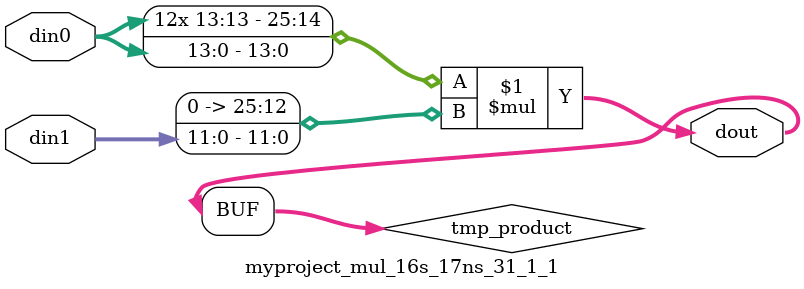
<source format=v>

`timescale 1 ns / 1 ps

  module myproject_mul_16s_17ns_31_1_1(din0, din1, dout);
parameter ID = 1;
parameter NUM_STAGE = 0;
parameter din0_WIDTH = 14;
parameter din1_WIDTH = 12;
parameter dout_WIDTH = 26;

input [din0_WIDTH - 1 : 0] din0; 
input [din1_WIDTH - 1 : 0] din1; 
output [dout_WIDTH - 1 : 0] dout;

wire signed [dout_WIDTH - 1 : 0] tmp_product;












assign tmp_product = $signed(din0) * $signed({1'b0, din1});









assign dout = tmp_product;







endmodule

</source>
